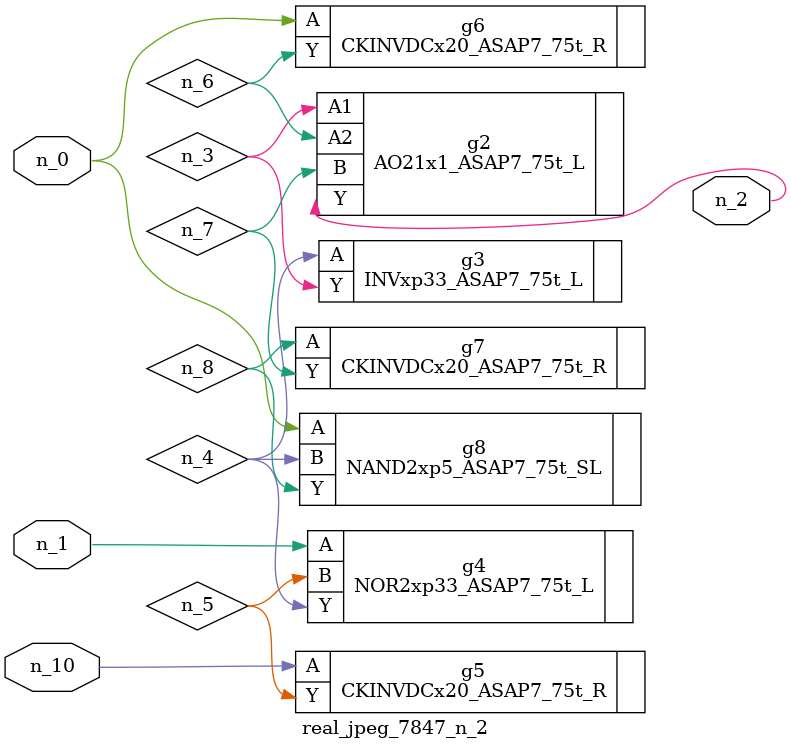
<source format=v>
module real_jpeg_7847_n_2 (n_1, n_10, n_0, n_2);

input n_1;
input n_10;
input n_0;

output n_2;

wire n_5;
wire n_4;
wire n_8;
wire n_6;
wire n_7;
wire n_3;

CKINVDCx20_ASAP7_75t_R g6 ( 
.A(n_0),
.Y(n_6)
);

NAND2xp5_ASAP7_75t_SL g8 ( 
.A(n_0),
.B(n_4),
.Y(n_8)
);

NOR2xp33_ASAP7_75t_L g4 ( 
.A(n_1),
.B(n_5),
.Y(n_4)
);

AO21x1_ASAP7_75t_L g2 ( 
.A1(n_3),
.A2(n_6),
.B(n_7),
.Y(n_2)
);

INVxp33_ASAP7_75t_L g3 ( 
.A(n_4),
.Y(n_3)
);

CKINVDCx20_ASAP7_75t_R g7 ( 
.A(n_8),
.Y(n_7)
);

CKINVDCx20_ASAP7_75t_R g5 ( 
.A(n_10),
.Y(n_5)
);


endmodule
</source>
